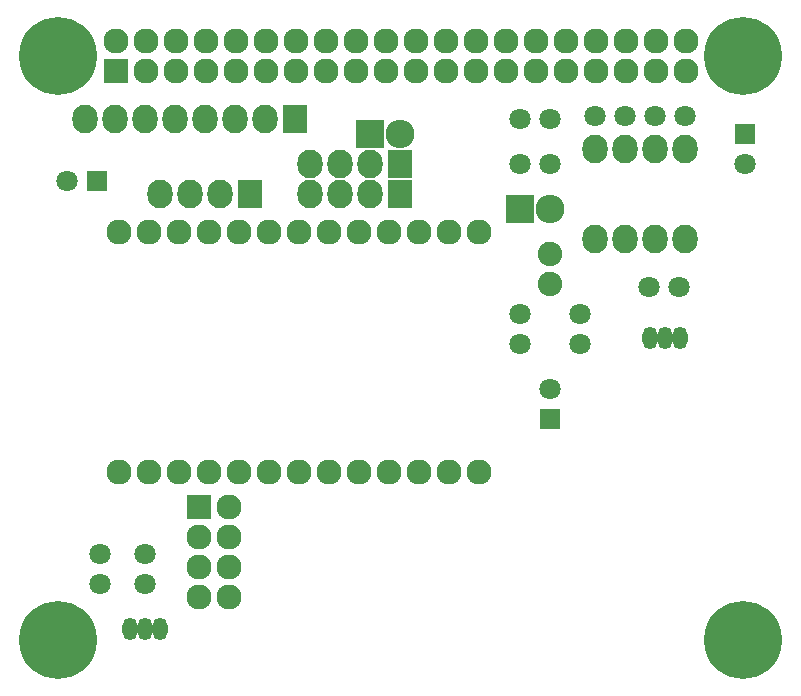
<source format=gbs>
G04 #@! TF.FileFunction,Soldermask,Bot*
%FSLAX46Y46*%
G04 Gerber Fmt 4.6, Leading zero omitted, Abs format (unit mm)*
G04 Created by KiCad (PCBNEW (2014-11-22 BZR 5299)-product) date Sun 01 Mar 2015 05:03:53 PM EST*
%MOMM*%
G01*
G04 APERTURE LIST*
%ADD10C,0.150000*%
%ADD11C,2.127200*%
%ADD12O,2.127200X2.432000*%
%ADD13C,6.600000*%
%ADD14C,1.797000*%
%ADD15R,1.797000X1.797000*%
%ADD16C,2.076400*%
%ADD17R,2.127200X2.127200*%
%ADD18O,2.127200X2.127200*%
%ADD19R,2.127200X2.432000*%
%ADD20R,2.432000X2.432000*%
%ADD21O,2.432000X2.432000*%
%ADD22O,1.299160X1.901140*%
G04 APERTURE END LIST*
D10*
D11*
X67691000Y-102235000D03*
X70231000Y-102235000D03*
X72771000Y-102235000D03*
X75311000Y-102235000D03*
X77851000Y-102235000D03*
X80391000Y-102235000D03*
X82931000Y-102235000D03*
X85471000Y-102235000D03*
X88011000Y-102235000D03*
X90551000Y-102235000D03*
X93091000Y-102235000D03*
X95631000Y-102235000D03*
X98171000Y-102235000D03*
X98171000Y-81915000D03*
X95631000Y-81915000D03*
X93091000Y-81915000D03*
X90551000Y-81915000D03*
X88011000Y-81915000D03*
X85471000Y-81915000D03*
X82931000Y-81915000D03*
X80391000Y-81915000D03*
X77851000Y-81915000D03*
X75311000Y-81915000D03*
X72771000Y-81915000D03*
X70231000Y-81915000D03*
X67691000Y-81915000D03*
D12*
X107950000Y-82550000D03*
X110490000Y-82550000D03*
X113030000Y-82550000D03*
X115570000Y-82550000D03*
X115570000Y-74930000D03*
X113030000Y-74930000D03*
X110490000Y-74930000D03*
X107950000Y-74930000D03*
D13*
X62500000Y-67000000D03*
X62500000Y-116500000D03*
X120500000Y-116500000D03*
X120500000Y-67000000D03*
D14*
X104140000Y-72390000D03*
X101600000Y-72390000D03*
X69850000Y-111760000D03*
X69850000Y-109220000D03*
D15*
X120650000Y-73660000D03*
D14*
X120650000Y-76200000D03*
D15*
X65760600Y-77622400D03*
D14*
X63220600Y-77622400D03*
X66040000Y-109220000D03*
X66040000Y-111760000D03*
D15*
X104140000Y-97790000D03*
D14*
X104140000Y-95250000D03*
X112547400Y-86563200D03*
X115087400Y-86563200D03*
D16*
X104140000Y-86360000D03*
X104140000Y-83820000D03*
D17*
X67370000Y-68270000D03*
D18*
X67370000Y-65730000D03*
X69910000Y-68270000D03*
X69910000Y-65730000D03*
X72450000Y-68270000D03*
X72450000Y-65730000D03*
X74990000Y-68270000D03*
X74990000Y-65730000D03*
X77530000Y-68270000D03*
X77530000Y-65730000D03*
X80070000Y-68270000D03*
X80070000Y-65730000D03*
X82610000Y-68270000D03*
X82610000Y-65730000D03*
X85150000Y-68270000D03*
X85150000Y-65730000D03*
X87690000Y-68270000D03*
X87690000Y-65730000D03*
X90230000Y-68270000D03*
X90230000Y-65730000D03*
X92770000Y-68270000D03*
X92770000Y-65730000D03*
X95310000Y-68270000D03*
X95310000Y-65730000D03*
X97850000Y-68270000D03*
X97850000Y-65730000D03*
X100390000Y-68270000D03*
X100390000Y-65730000D03*
X102930000Y-68270000D03*
X102930000Y-65730000D03*
X105470000Y-68270000D03*
X105470000Y-65730000D03*
X108010000Y-68270000D03*
X108010000Y-65730000D03*
X110550000Y-68270000D03*
X110550000Y-65730000D03*
X113090000Y-68270000D03*
X113090000Y-65730000D03*
X115630000Y-68270000D03*
X115630000Y-65730000D03*
D19*
X78740000Y-78740000D03*
D12*
X76200000Y-78740000D03*
X73660000Y-78740000D03*
X71120000Y-78740000D03*
D19*
X91440000Y-78740000D03*
D12*
X88900000Y-78740000D03*
X86360000Y-78740000D03*
X83820000Y-78740000D03*
D20*
X88900000Y-73660000D03*
D21*
X91440000Y-73660000D03*
D19*
X91440000Y-76200000D03*
D12*
X88900000Y-76200000D03*
X86360000Y-76200000D03*
X83820000Y-76200000D03*
D19*
X82550000Y-72390000D03*
D12*
X80010000Y-72390000D03*
X77470000Y-72390000D03*
X74930000Y-72390000D03*
X72390000Y-72390000D03*
X69850000Y-72390000D03*
X67310000Y-72390000D03*
X64770000Y-72390000D03*
D20*
X101600000Y-80010000D03*
D21*
X104140000Y-80010000D03*
D14*
X113030000Y-72136000D03*
X115570000Y-72136000D03*
X107950000Y-72136000D03*
X110490000Y-72136000D03*
X101600000Y-76200000D03*
X104140000Y-76200000D03*
X106680000Y-91440000D03*
X106680000Y-88900000D03*
X101600000Y-91440000D03*
X101600000Y-88900000D03*
D22*
X113893600Y-90881200D03*
X112623600Y-90881200D03*
X115163600Y-90881200D03*
X69850000Y-115570000D03*
X68580000Y-115570000D03*
X71120000Y-115570000D03*
D17*
X74396600Y-105206800D03*
D18*
X76936600Y-105206800D03*
X74396600Y-107746800D03*
X76936600Y-107746800D03*
X74396600Y-110286800D03*
X76936600Y-110286800D03*
X74396600Y-112826800D03*
X76936600Y-112826800D03*
M02*

</source>
